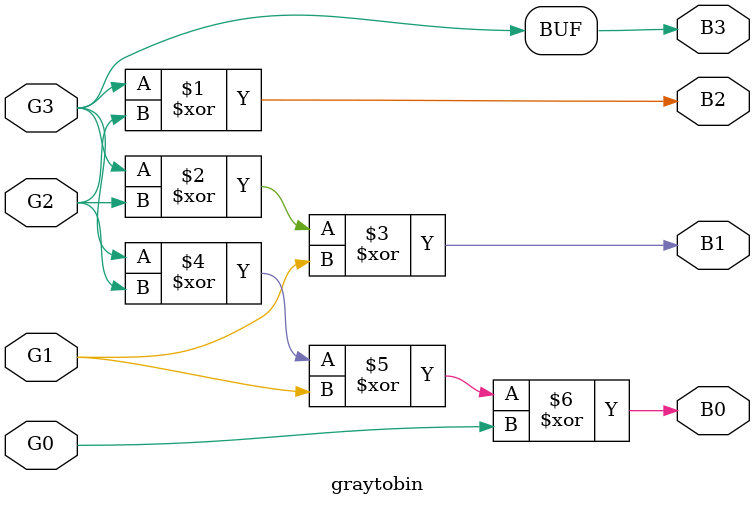
<source format=v>
module graytobin(input G3,input G2,input G1,input G0,output B3,output B2,output B1,output B0);

assign B3 = G3;
assign B2 = G3^G2;
assign B1 = G3^G2^G1;
assign B0 = G3^G2^G1^G0;

endmodule

</source>
